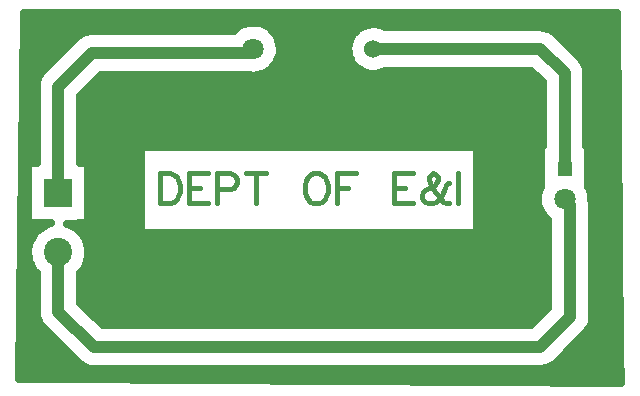
<source format=gbr>
G04 DipTrace 2.4.0.2*
%INTop.gbr*%
%MOIN*%
%ADD13C,0.0394*%
%ADD14C,0.025*%
%ADD15C,0.0709*%
%ADD16R,0.05X0.05*%
%ADD17C,0.06*%
%ADD18R,0.0945X0.0945*%
%ADD19C,0.0945*%
%ADD34C,0.0154*%
%FSLAX44Y44*%
G04*
G70*
G90*
G75*
G01*
%LNTop*%
%LPD*%
X5375Y10375D2*
D13*
Y13938D1*
X6500Y15063D1*
X11750D1*
X11876Y15188D1*
X15876D2*
X21439D1*
X22251Y14376D1*
Y11188D1*
X5375Y8407D2*
Y6437D1*
X6562Y5250D1*
X21439D1*
X22439Y6250D1*
Y10000D1*
X22251Y10188D1*
X4269Y16127D2*
D14*
X23980D1*
X4265Y15878D2*
X11301D1*
X12452D2*
X15391D1*
X21687D2*
X23984D1*
X4261Y15630D2*
X6023D1*
X12667D2*
X15148D1*
X22050D2*
X23984D1*
X4257Y15381D2*
X5766D1*
X12761D2*
X15043D1*
X22296D2*
X23988D1*
X4253Y15132D2*
X5519D1*
X12780D2*
X15023D1*
X22546D2*
X23992D1*
X4249Y14884D2*
X5269D1*
X12730D2*
X15082D1*
X22796D2*
X23992D1*
X4245Y14635D2*
X5019D1*
X12589D2*
X15234D1*
X22952D2*
X23996D1*
X4241Y14386D2*
X4781D1*
X12269D2*
X15644D1*
X16108D2*
X21191D1*
X23003D2*
X23996D1*
X4237Y14138D2*
X4652D1*
X6624D2*
X21437D1*
X23003D2*
X24000D1*
X4233Y13889D2*
X4625D1*
X6378D2*
X21500D1*
X23003D2*
X24004D1*
X4230Y13640D2*
X4625D1*
X6128D2*
X21500D1*
X23003D2*
X24004D1*
X4230Y13392D2*
X4625D1*
X6124D2*
X21500D1*
X23003D2*
X24008D1*
X4226Y13143D2*
X4625D1*
X6124D2*
X21500D1*
X23003D2*
X24012D1*
X4222Y12894D2*
X4625D1*
X6124D2*
X21500D1*
X23003D2*
X24012D1*
X4218Y12646D2*
X4625D1*
X6124D2*
X21500D1*
X23003D2*
X24016D1*
X4214Y12397D2*
X4625D1*
X6124D2*
X21500D1*
X23003D2*
X24016D1*
X4210Y12148D2*
X4625D1*
X6124D2*
X21500D1*
X23003D2*
X24019D1*
X4206Y11899D2*
X4625D1*
X6124D2*
X8121D1*
X19343D2*
X21449D1*
X23054D2*
X24023D1*
X4202Y11651D2*
X4625D1*
X6124D2*
X8121D1*
X19343D2*
X21449D1*
X23054D2*
X24023D1*
X4198Y11402D2*
X4625D1*
X6124D2*
X8121D1*
X19343D2*
X21449D1*
X23054D2*
X24027D1*
X4194Y11153D2*
X4348D1*
X6401D2*
X8121D1*
X19343D2*
X21449D1*
X23054D2*
X24031D1*
X4191Y10905D2*
X4348D1*
X6401D2*
X8121D1*
X19343D2*
X21449D1*
X23054D2*
X24031D1*
X4187Y10656D2*
X4348D1*
X6401D2*
X8121D1*
X19343D2*
X21449D1*
X23054D2*
X24035D1*
X4183Y10407D2*
X4348D1*
X6401D2*
X8121D1*
X19343D2*
X21371D1*
X23132D2*
X24039D1*
X4179Y10159D2*
X4348D1*
X6401D2*
X8121D1*
X19343D2*
X21344D1*
X23171D2*
X24039D1*
X4175Y9910D2*
X4348D1*
X6401D2*
X8121D1*
X19343D2*
X21387D1*
X23191D2*
X24043D1*
X4171Y9661D2*
X4348D1*
X6401D2*
X8121D1*
X19343D2*
X21519D1*
X23191D2*
X24043D1*
X4167Y9413D2*
X4348D1*
X6401D2*
X8121D1*
X19343D2*
X21687D1*
X23191D2*
X24047D1*
X4163Y9164D2*
X4695D1*
X6054D2*
X8121D1*
X19343D2*
X21687D1*
X23191D2*
X24051D1*
X4159Y8915D2*
X4488D1*
X6261D2*
X21687D1*
X23191D2*
X24051D1*
X4155Y8667D2*
X4383D1*
X6366D2*
X21687D1*
X23191D2*
X24055D1*
X4151Y8418D2*
X4348D1*
X6401D2*
X21687D1*
X23191D2*
X24058D1*
X4148Y8169D2*
X4379D1*
X6370D2*
X21687D1*
X23191D2*
X24058D1*
X4148Y7920D2*
X4476D1*
X6276D2*
X21687D1*
X23191D2*
X24062D1*
X4144Y7672D2*
X4625D1*
X6124D2*
X21687D1*
X23191D2*
X24066D1*
X4140Y7423D2*
X4625D1*
X6124D2*
X21687D1*
X23191D2*
X24066D1*
X4136Y7174D2*
X4625D1*
X6124D2*
X21687D1*
X23191D2*
X24070D1*
X4132Y6926D2*
X4625D1*
X6124D2*
X21687D1*
X23191D2*
X24070D1*
X4128Y6677D2*
X4625D1*
X6187D2*
X21687D1*
X23191D2*
X24074D1*
X4124Y6428D2*
X4625D1*
X6433D2*
X21566D1*
X23191D2*
X24078D1*
X4120Y6180D2*
X4672D1*
X6683D2*
X21316D1*
X23187D2*
X24078D1*
X4116Y5931D2*
X4832D1*
X23116D2*
X24082D1*
X4112Y5682D2*
X5078D1*
X22921D2*
X24086D1*
X4108Y5434D2*
X5328D1*
X22675D2*
X24086D1*
X4105Y5185D2*
X5578D1*
X22425D2*
X24090D1*
X4101Y4936D2*
X5824D1*
X22175D2*
X24090D1*
X4097Y4688D2*
X6078D1*
X21921D2*
X24094D1*
X4093Y4439D2*
X24098D1*
X4089Y4190D2*
X24098D1*
X21715Y9489D2*
X21596Y9595D1*
X21519Y9694D1*
X21457Y9802D1*
X21411Y9918D1*
X21381Y10039D1*
X21369Y10164D1*
X21374Y10288D1*
X21397Y10411D1*
X21437Y10529D1*
X21474Y10603D1*
X21473Y11966D1*
X21524D1*
X21526Y14074D1*
X21139Y14462D1*
X16278Y14463D1*
X16171Y14414D1*
X16051Y14378D1*
X15927Y14361D1*
X15802Y14363D1*
X15679Y14383D1*
X15560Y14422D1*
X15449Y14478D1*
X15347Y14550D1*
X15257Y14637D1*
X15181Y14736D1*
X15121Y14846D1*
X15078Y14963D1*
X15053Y15085D1*
X15047Y15210D1*
X15060Y15334D1*
X15091Y15455D1*
X15140Y15570D1*
X15206Y15676D1*
X15287Y15771D1*
X15381Y15853D1*
X15486Y15920D1*
X15601Y15970D1*
X15721Y16003D1*
X15845Y16017D1*
X15970Y16012D1*
X16093Y15988D1*
X16211Y15946D1*
X16269Y15915D1*
X21439Y15914D1*
X21563Y15903D1*
X21684Y15871D1*
X21797Y15819D1*
X21930Y15722D1*
X22765Y14889D1*
X22845Y14793D1*
X22908Y14685D1*
X22951Y14568D1*
X22976Y14405D1*
X22977Y11965D1*
X23030Y11966D1*
X23035Y10595D1*
X23085Y10480D1*
X23118Y10360D1*
X23138Y10193D1*
X23164Y10030D1*
X23165Y6250D1*
X23154Y6125D1*
X23122Y6005D1*
X23070Y5891D1*
X22972Y5758D1*
X21952Y4737D1*
X21856Y4656D1*
X21748Y4593D1*
X21631Y4550D1*
X21468Y4525D1*
X6562Y4524D1*
X6438Y4535D1*
X6317Y4567D1*
X6204Y4619D1*
X6070Y4716D1*
X4862Y5924D1*
X4781Y6020D1*
X4718Y6128D1*
X4675Y6245D1*
X4650Y6408D1*
X4649Y7715D1*
X4574Y7805D1*
X4506Y7910D1*
X4451Y8022D1*
X4410Y8140D1*
X4384Y8262D1*
X4374Y8387D1*
X4379Y8511D1*
X4400Y8634D1*
X4436Y8754D1*
X4486Y8868D1*
X4551Y8975D1*
X4628Y9074D1*
X4717Y9161D1*
X4816Y9237D1*
X4924Y9301D1*
X5039Y9350D1*
X5125Y9375D1*
X4374Y9374D1*
Y11376D1*
X4651D1*
X4649Y13938D1*
X4660Y14062D1*
X4692Y14183D1*
X4744Y14297D1*
X4841Y14430D1*
X5987Y15576D1*
X6082Y15657D1*
X6190Y15719D1*
X6307Y15763D1*
X6470Y15788D1*
X11230Y15789D1*
X11372Y15914D1*
X11479Y15977D1*
X11594Y16025D1*
X11715Y16057D1*
X11839Y16071D1*
X11964Y16067D1*
X12087Y16046D1*
X12206Y16007D1*
X12318Y15952D1*
X12422Y15882D1*
X12514Y15798D1*
X12594Y15702D1*
X12659Y15596D1*
X12709Y15481D1*
X12742Y15361D1*
X12759Y15188D1*
X12750Y15064D1*
X12723Y14942D1*
X12680Y14825D1*
X12621Y14715D1*
X12546Y14614D1*
X12459Y14525D1*
X12359Y14450D1*
X12250Y14389D1*
X12134Y14344D1*
X12012Y14316D1*
X11888Y14305D1*
X11763Y14313D1*
X11625Y14338D1*
X6801D1*
X6099Y13636D1*
X6100Y11379D1*
X6376Y11376D1*
Y9374D1*
X5653Y9368D1*
X5771Y9326D1*
X5882Y9270D1*
X5986Y9200D1*
X6080Y9117D1*
X6163Y9024D1*
X6233Y8921D1*
X6291Y8810D1*
X6334Y8693D1*
X6362Y8571D1*
X6376Y8407D1*
X6368Y8282D1*
X6345Y8159D1*
X6306Y8040D1*
X6254Y7927D1*
X6187Y7821D1*
X6099Y7717D1*
X6100Y6739D1*
X6863Y5975D1*
X21137D1*
X21713Y6550D1*
Y9488D1*
X8269Y11919D2*
X19318D1*
Y9058D1*
X8144D1*
Y11919D1*
X8269D1*
X24006Y16376D2*
X4248Y16374D1*
X4065Y4184D1*
X5438Y4179D1*
X24129Y4063D1*
X24115Y5061D1*
X24003Y16377D1*
D15*
X22251Y10188D3*
D16*
Y11188D3*
D15*
X11876Y15188D3*
D17*
X15876D3*
D18*
X5375Y10375D3*
D19*
Y8407D3*
X8750Y11051D2*
D34*
Y10046D1*
X9085D1*
X9229Y10095D1*
X9325Y10190D1*
X9372Y10286D1*
X9420Y10428D1*
Y10668D1*
X9372Y10812D1*
X9325Y10907D1*
X9229Y11003D1*
X9085Y11051D1*
X8750D1*
X10350D2*
X9729D1*
Y10046D1*
X10350D1*
X9729Y10572D2*
X10111D1*
X10659Y10525D2*
X11090D1*
X11232Y10572D1*
X11281Y10621D1*
X11329Y10716D1*
Y10860D1*
X11281Y10955D1*
X11232Y11003D1*
X11090Y11051D1*
X10659D1*
Y10046D1*
X11972Y11051D2*
Y10046D1*
X11637Y11051D2*
X12307D1*
X13875D2*
X13779Y11003D1*
X13684Y10907D1*
X13636Y10812D1*
X13588Y10668D1*
Y10428D1*
X13636Y10286D1*
X13684Y10190D1*
X13779Y10095D1*
X13875Y10046D1*
X14067D1*
X14162Y10095D1*
X14258Y10190D1*
X14305Y10286D1*
X14353Y10428D1*
Y10668D1*
X14305Y10812D1*
X14258Y10907D1*
X14162Y11003D1*
X14067Y11051D1*
X13875D1*
X15284D2*
X14662D1*
Y10046D1*
Y10572D2*
X15044D1*
X17186Y11051D2*
X16565D1*
Y10046D1*
X17186D1*
X16565Y10572D2*
X16947D1*
X18404Y10716D2*
X18355D1*
X18307Y10667D1*
X18260Y10572D1*
X18164Y10333D1*
X18069Y10190D1*
X17974Y10094D1*
X17877Y10046D1*
X17686D1*
X17591Y10094D1*
X17542Y10142D1*
X17495Y10237D1*
Y10333D1*
X17542Y10428D1*
X17591Y10476D1*
X17925Y10667D1*
X17974Y10716D1*
X18021Y10811D1*
Y10907D1*
X17974Y11002D1*
X17877Y11050D1*
X17782Y11002D1*
X17734Y10907D1*
Y10811D1*
X17782Y10667D1*
X17877Y10525D1*
X18116Y10190D1*
X18212Y10094D1*
X18307Y10046D1*
X18404D1*
X18712Y11051D2*
Y10046D1*
M02*

</source>
